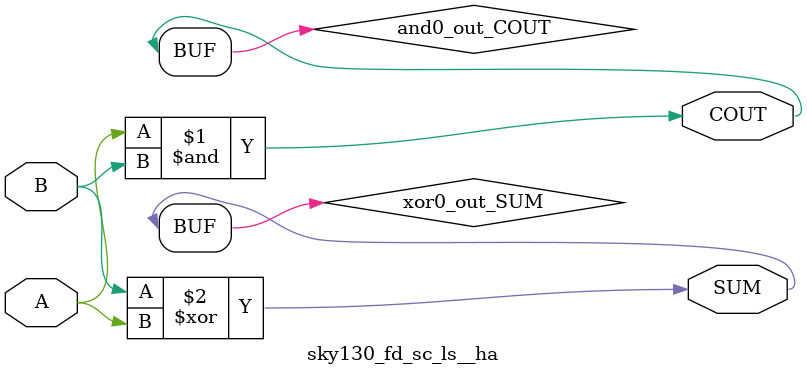
<source format=v>
/*
 * Copyright 2020 The SkyWater PDK Authors
 *
 * Licensed under the Apache License, Version 2.0 (the "License");
 * you may not use this file except in compliance with the License.
 * You may obtain a copy of the License at
 *
 *     https://www.apache.org/licenses/LICENSE-2.0
 *
 * Unless required by applicable law or agreed to in writing, software
 * distributed under the License is distributed on an "AS IS" BASIS,
 * WITHOUT WARRANTIES OR CONDITIONS OF ANY KIND, either express or implied.
 * See the License for the specific language governing permissions and
 * limitations under the License.
 *
 * SPDX-License-Identifier: Apache-2.0
*/


`ifndef SKY130_FD_SC_LS__HA_FUNCTIONAL_V
`define SKY130_FD_SC_LS__HA_FUNCTIONAL_V

/**
 * ha: Half adder.
 *
 * Verilog simulation functional model.
 */

`timescale 1ns / 1ps
`default_nettype none

`celldefine
module sky130_fd_sc_ls__ha (
    COUT,
    SUM ,
    A   ,
    B
);

    // Module ports
    output COUT;
    output SUM ;
    input  A   ;
    input  B   ;

    // Local signals
    wire and0_out_COUT;
    wire xor0_out_SUM ;

    //  Name  Output         Other arguments
    and and0 (and0_out_COUT, A, B           );
    buf buf0 (COUT         , and0_out_COUT  );
    xor xor0 (xor0_out_SUM , B, A           );
    buf buf1 (SUM          , xor0_out_SUM   );

endmodule
`endcelldefine

`default_nettype wire
`endif  // SKY130_FD_SC_LS__HA_FUNCTIONAL_V
</source>
